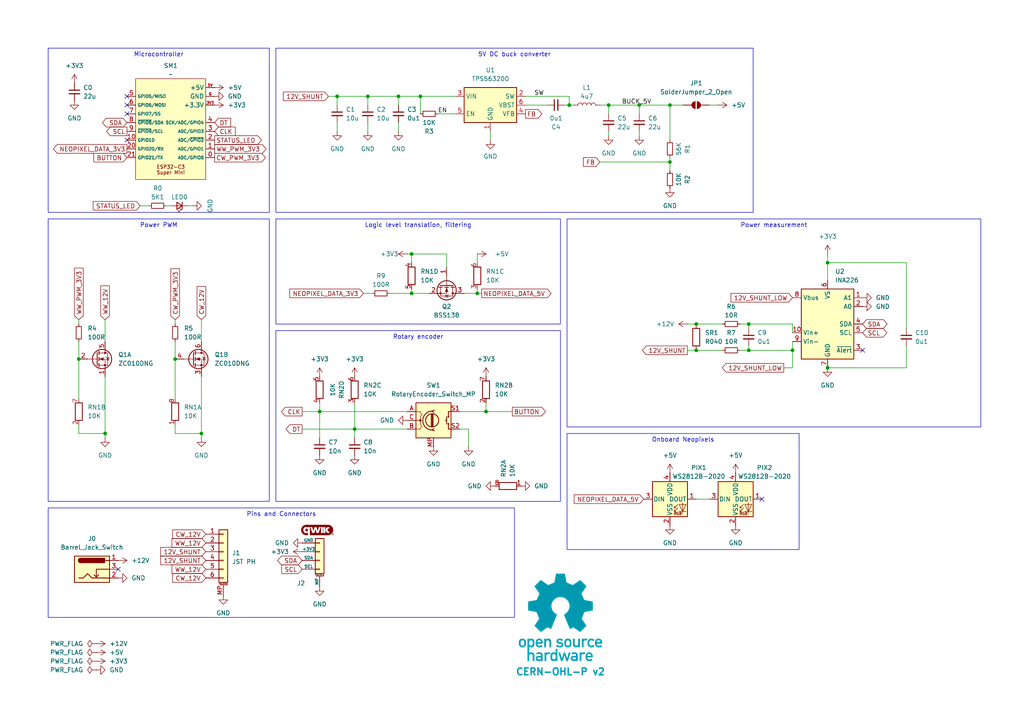
<source format=kicad_sch>
(kicad_sch (version 20231120) (generator "eeschema") (generator_version "8.0")
  (paper "A4")
  (lib_symbols
    (symbol "Connector:Barrel_Jack_Switch" (pin_names hide)
      (property "Reference" "J" (at 0 5.334 0))
      (property "Value" "Barrel_Jack_Switch" (at 0 -5.08 0))
      (symbol "Barrel_Jack_Switch_1_1"
        (pin passive line (at 7.62 2.54 180) (length 2.54) (name "~") (number "1"))
        (pin passive line (at 7.62 -2.54 180) (length 2.54) (name "~") (number "2"))
        (pin passive line (at 7.62 0 180) (length 2.54) (name "~") (number "3"))
      )
    )
    (symbol "Connector_Generic_MountingPin:Conn_01x06_MountingPin" (pin_names (offset 1.016) hide)
      (property "Reference" "J" (at 0 7.62 0))
      (property "Value" "Conn_01x06_MountingPin" (at 1.27 -10.16 0))
      (symbol "Conn_01x06_MountingPin_1_1"
        (text "Mounting" (at 0 -9.271 0) (effects (font (size 0.381 0.381))))
        (pin passive line (at -5.08 5.08 0) (length 3.81) (name "Pin_1") (number "1"))
        (pin passive line (at -5.08 2.54 0) (length 3.81) (name "Pin_2") (number "2"))
        (pin passive line (at -5.08 0 0) (length 3.81) (name "Pin_3") (number "3"))
        (pin passive line (at -5.08 -2.54 0) (length 3.81) (name "Pin_4") (number "4"))
        (pin passive line (at -5.08 -5.08 0) (length 3.81) (name "Pin_5") (number "5"))
        (pin passive line (at -5.08 -7.62 0) (length 3.81) (name "Pin_6") (number "6"))
        (pin passive line (at 0 -12.7 90) (length 3.048) (name "MountPin") (number "MP"))
      )
    )
    (symbol "Device:C_Small" (pin_numbers hide) (pin_names (offset 0.254) hide)
      (property "Reference" "C" (at 0.254 1.778 0))
      (property "Value" "C_Small" (at 0.254 -2.032 0))
      (symbol "C_Small_1_1"
        (pin passive line (at 0 2.54 270) (length 2.032) (name "~") (number "1"))
        (pin passive line (at 0 -2.54 90) (length 2.032) (name "~") (number "2"))
      )
    )
    (symbol "Device:L" (pin_numbers hide) (pin_names (offset 1.016) hide)
      (property "Reference" "L" (at -1.27 0 90))
      (property "Value" "L" (at 1.905 0 90))
      (symbol "L_1_1"
        (pin passive line (at 0 3.81 270) (length 1.27) (name "1") (number "1"))
        (pin passive line (at 0 -3.81 90) (length 1.27) (name "2") (number "2"))
      )
    )
    (symbol "Device:LED_Small" (pin_numbers hide) (pin_names (offset 0.254) hide)
      (property "Reference" "D" (at -1.27 3.175 0))
      (property "Value" "LED_Small" (at -4.445 -2.54 0))
      (symbol "LED_Small_1_1"
        (pin passive line (at -2.54 0 0) (length 1.778) (name "K") (number "1"))
        (pin passive line (at 2.54 0 180) (length 1.778) (name "A") (number "2"))
      )
    )
    (symbol "Device:R" (pin_numbers hide) (pin_names (offset 0))
      (property "Reference" "R" (at 2.032 0 90))
      (property "Value" "R" (at 0 0 90))
      (symbol "R_1_1"
        (pin passive line (at 0 3.81 270) (length 1.27) (name "~") (number "1"))
        (pin passive line (at 0 -3.81 90) (length 1.27) (name "~") (number "2"))
      )
    )
    (symbol "Device:R_Pack04_Split" (pin_names (offset 0) hide)
      (property "Reference" "RN" (at 2.032 0 90))
      (property "Value" "R_Pack04_Split" (at 0 0 90))
      (symbol "R_Pack04_Split_1_1"
        (pin passive line (at 0 -3.81 90) (length 1.27) (name "R1.1") (number "1"))
        (pin passive line (at 0 3.81 270) (length 1.27) (name "R1.2") (number "8"))
      )
      (symbol "R_Pack04_Split_2_1"
        (pin passive line (at 0 -3.81 90) (length 1.27) (name "R2.1") (number "2"))
        (pin passive line (at 0 3.81 270) (length 1.27) (name "R2.2") (number "7"))
      )
      (symbol "R_Pack04_Split_3_1"
        (pin passive line (at 0 -3.81 90) (length 1.27) (name "R3.1") (number "3"))
        (pin passive line (at 0 3.81 270) (length 1.27) (name "R3.2") (number "6"))
      )
      (symbol "R_Pack04_Split_4_1"
        (pin passive line (at 0 -3.81 90) (length 1.27) (name "R4.1") (number "4"))
        (pin passive line (at 0 3.81 270) (length 1.27) (name "R4.2") (number "5"))
      )
    )
    (symbol "Device:R_Small" (pin_numbers hide) (pin_names (offset 0.254) hide)
      (property "Reference" "R" (at 0.762 0.508 0))
      (property "Value" "R_Small" (at 0.762 -1.016 0))
      (symbol "R_Small_1_1"
        (pin passive line (at 0 2.54 270) (length 0.762) (name "~") (number "1"))
        (pin passive line (at 0 -2.54 90) (length 0.762) (name "~") (number "2"))
      )
    )
    (symbol "Device:RotaryEncoder_Switch_MP" (pin_names (offset 0.254) hide)
      (property "Reference" "SW" (at 0 8.89 0))
      (property "Value" "RotaryEncoder_Switch_MP" (at 0 6.35 0))
      (symbol "RotaryEncoder_Switch_MP_1_1"
        (pin passive line (at -7.62 2.54 0) (length 2.54) (name "A") (number "A"))
        (pin passive line (at -7.62 -2.54 0) (length 2.54) (name "B") (number "B"))
        (pin passive line (at -7.62 0 0) (length 2.54) (name "C") (number "C"))
        (pin passive line (at 0 -7.62 90) (length 2.54) (name "MP") (number "MP"))
        (pin passive line (at 7.62 2.54 180) (length 2.54) (name "S1") (number "S1"))
        (pin passive line (at 7.62 -2.54 180) (length 2.54) (name "S2") (number "S2"))
      )
    )
    (symbol "Jumper:SolderJumper_2_Open" (pin_numbers hide) (pin_names (offset 0) hide) (exclude_from_sim yes) (in_bom no)
      (property "Reference" "JP" (at 0 2.032 0))
      (property "Value" "SolderJumper_2_Open" (at 0 -2.54 0))
      (symbol "SolderJumper_2_Open_1_1"
        (pin passive line (at -3.81 0 0) (length 2.54) (name "A") (number "1"))
        (pin passive line (at 3.81 0 180) (length 2.54) (name "B") (number "2"))
      )
    )
    (symbol "LED:WS2812B-2020" (pin_names (offset 0.254))
      (property "Reference" "D" (at 5.08 5.715 0))
      (property "Value" "WS2812B-2020" (at 1.27 -5.715 0))
      (symbol "WS2812B-2020_0_0"
        (text "RGB" (at 2.286 -4.191 0) (effects (font (size 0.762 0.762))))
      )
      (symbol "WS2812B-2020_1_1"
        (pin output line (at 7.62 0 180) (length 2.54) (name "DOUT") (number "1"))
        (pin power_in line (at 0 -7.62 90) (length 2.54) (name "VSS") (number "2"))
        (pin input line (at -7.62 0 0) (length 2.54) (name "DIN") (number "3"))
        (pin power_in line (at 0 7.62 270) (length 2.54) (name "VDD") (number "4"))
      )
    )
    (symbol "Regulator_Switching:TPS563200"
      (property "Reference" "U" (at -7.62 6.35 0))
      (property "Value" "TPS563200" (at -2.54 6.35 0))
      (symbol "TPS563200_1_1"
        (pin power_in line (at 0 -7.62 90) (length 2.54) (name "GND") (number "1"))
        (pin output line (at 10.16 2.54 180) (length 2.54) (name "SW") (number "2"))
        (pin power_in line (at -10.16 2.54 0) (length 2.54) (name "VIN") (number "3"))
        (pin input line (at 10.16 -2.54 180) (length 2.54) (name "VFB") (number "4"))
        (pin input line (at -10.16 -2.54 0) (length 2.54) (name "EN") (number "5"))
        (pin passive line (at 10.16 0 180) (length 2.54) (name "VBST") (number "6"))
      )
    )
    (symbol "Sensor_Energy:INA226"
      (property "Reference" "U" (at -6.35 11.43 0))
      (property "Value" "INA226" (at 3.81 11.43 0))
      (symbol "INA226_1_1"
        (pin input line (at 10.16 7.62 180) (length 2.54) (name "A1") (number "1"))
        (pin input line (at -10.16 -2.54 0) (length 2.54) (name "Vin+") (number "10"))
        (pin input line (at 10.16 5.08 180) (length 2.54) (name "A0") (number "2"))
        (pin open_collector line (at 10.16 -7.62 180) (length 2.54) (name "~{Alert}") (number "3"))
        (pin bidirectional line (at 10.16 0 180) (length 2.54) (name "SDA") (number "4"))
        (pin input line (at 10.16 -2.54 180) (length 2.54) (name "SCL") (number "5"))
        (pin power_in line (at 0 12.7 270) (length 2.54) (name "VS") (number "6"))
        (pin power_in line (at 0 -12.7 90) (length 2.54) (name "GND") (number "7"))
        (pin input line (at -10.16 7.62 0) (length 2.54) (name "Vbus") (number "8"))
        (pin input line (at -10.16 -5.08 0) (length 2.54) (name "Vin-") (number "9"))
      )
    )
    (symbol "Transistor_FET:BSS138" (pin_names hide)
      (property "Reference" "Q" (at 5.08 1.905 0))
      (property "Value" "BSS138" (at 5.08 0 0))
      (symbol "BSS138_1_1"
        (pin input line (at -5.08 0 0) (length 2.54) (name "G") (number "1"))
        (pin passive line (at 2.54 -5.08 90) (length 2.54) (name "S") (number "2"))
        (pin passive line (at 2.54 5.08 270) (length 2.54) (name "D") (number "3"))
      )
    )
    (symbol "aliexpress:ESP32-C3-Super-Mini"
      (property "Reference" "SM" (at 0 18.288 0))
      (symbol "ESP32-C3-Super-Mini_1_1"
        (text_box "ESP32-C3\nSuper Mini" (at -7.62 -10.16 0) (size 15.24 -5.08) (stroke (width -0.0001)) (effects (font (size 1.016 1.016)) (justify top)))
        (pin passive line (at 12.7 -8.89 180) (length 2.54) (name "ADC/GPIO0") (number "0"))
        (pin passive line (at 12.7 -6.35 180) (length 2.54) (name "ADC/GPIO1") (number "1"))
        (pin passive line (at -12.7 -3.81 0) (length 2.54) (name "GPIO10") (number "10"))
        (pin passive line (at 12.7 -3.81 180) (length 2.54) (name "ADC/~{GPIO2}") (number "2"))
        (pin passive line (at -12.7 -6.35 0) (length 2.54) (name "GPIO20/RX") (number "20"))
        (pin passive line (at -12.7 -8.89 0) (length 2.54) (name "GPIO21/TX") (number "21"))
        (pin passive line (at 12.7 -1.27 180) (length 2.54) (name "ADC/GPIO3") (number "3"))
        (pin power_in line (at 12.7 6.35 180) (length 2.54) (name "+3.3V") (number "3V3"))
        (pin passive line (at 12.7 1.27 180) (length 2.54) (name "SCK/ADC/GPIO4") (number "4"))
        (pin passive line (at -12.7 8.89 0) (length 2.54) (name "GPIO5/MISO") (number "5"))
        (pin power_in line (at 12.7 11.43 180) (length 2.54) (name "+5V") (number "5V"))
        (pin passive line (at -12.7 6.35 0) (length 2.54) (name "GPIO6/MOSI") (number "6"))
        (pin passive line (at -12.7 3.81 0) (length 2.54) (name "GPIO7/SS") (number "7"))
        (pin passive line (at -12.7 1.27 0) (length 2.54) (name "~{GPIO8}/SDA") (number "8"))
        (pin passive line (at -12.7 -1.27 0) (length 2.54) (name "~{GPIO9}/SCL") (number "9"))
        (pin power_in line (at 12.7 8.89 180) (length 2.54) (name "GND") (number "G"))
      )
    )
    (symbol "connectors:Qwiic" (pin_numbers hide) (pin_names (offset 0))
      (property "Reference" "J" (at 2.54 0 0))
      (symbol "Qwiic_1_1"
        (text "Mounting" (at 0 -6.731 0) (effects (font (size 0.381 0.381))))
        (pin passive line (at -5.08 2.54 0) (length 3.81) (name "GND") (number "1"))
        (pin passive line (at -5.08 0 0) (length 3.81) (name "+3V3") (number "2"))
        (pin passive line (at -5.08 -2.54 0) (length 3.81) (name "SDA") (number "3"))
        (pin passive line (at -5.08 -5.08 0) (length 3.81) (name "SCL") (number "4"))
        (pin passive line (at 0 -10.16 90) (length 3.048) (name "MP") (number "MP"))
      )
    )
    (symbol "lcsc:ZC010DNG" (pin_names hide)
      (property "Reference" "Q" (at 5.08 1.905 0))
      (property "Value" "ZC010DNG" (at 5.08 0 0))
      (symbol "ZC010DNG_1_1"
        (pin passive line (at 2.54 -5.08 90) (length 2.54) (name "S") (number "1"))
        (pin input line (at -5.08 0 0) (length 2.54) (name "G") (number "2"))
        (pin passive line (at 2.54 5.08 270) (length 2.54) (name "D") (number "5"))
      )
      (symbol "ZC010DNG_2_1"
        (pin passive line (at 2.54 -5.08 90) (length 2.54) (name "S") (number "3"))
        (pin input line (at -5.08 0 0) (length 2.54) (name "G") (number "4"))
        (pin passive line (at 2.54 5.08 270) (length 2.54) (name "D") (number "6"))
      )
    )
    (symbol "power:+3V3" (power) (pin_numbers hide) (pin_names (offset 0) hide)
      (property "Value" "+3V3" (at 0 3.556 0))
      (symbol "+3V3_1_1"
        (pin power_in line (at 0 0 90) (length 0) (name "~") (number "1"))
      )
    )
    (symbol "power:+5V" (power) (pin_numbers hide) (pin_names (offset 0) hide)
      (property "Value" "+5V" (at 0 3.556 0))
      (symbol "+5V_1_1"
        (pin power_in line (at 0 0 90) (length 0) (name "~") (number "1"))
      )
    )
    (symbol "power:GND" (power) (pin_numbers hide) (pin_names (offset 0) hide)
      (property "Value" "GND" (at 0 -3.81 0))
      (symbol "GND_1_1"
        (pin power_in line (at 0 0 270) (length 0) (name "~") (number "1"))
      )
    )
    (symbol "power:PWR_FLAG" (power) (pin_numbers hide) (pin_names (offset 0) hide)
      (property "Value" "PWR_FLAG" (at 0 3.81 0))
      (symbol "PWR_FLAG_0_0"
        (pin power_out line (at 0 0 90) (length 0) (name "~") (number "1"))
      )
    )
    (symbol "power:VCC" (power) (pin_numbers hide) (pin_names (offset 0) hide)
      (property "Value" "VCC" (at 0 3.556 0))
      (symbol "VCC_1_1"
        (pin power_in line (at 0 0 90) (length 0) (name "~") (number "1"))
      )
    )
  )
  (junction (at 165.1 30.48))
  (junction (at 194.31 46.99))
  (junction (at 201.93 93.98))
  (junction (at 217.17 93.98))
  (junction (at 240.03 106.68))
  (junction (at 176.53 30.48))
  (junction (at 138.43 85.09))
  (junction (at 217.17 101.6))
  (junction (at 106.68 27.94))
  (junction (at 201.93 101.6))
  (junction (at 22.86 104.14))
  (junction (at 30.48 125.73))
  (junction (at 92.71 119.38))
  (junction (at 119.38 73.66))
  (junction (at 115.57 27.94))
  (junction (at 185.42 30.48))
  (junction (at 50.8 104.14))
  (junction (at 58.42 125.73))
  (junction (at 119.38 85.09))
  (junction (at 229.87 101.6))
  (junction (at 140.97 119.38))
  (junction (at 194.31 30.48))
  (junction (at 102.87 124.46))
  (junction (at 240.03 76.2))
  (junction (at 97.79 27.94))
  (junction (at 121.92 27.94))
  (no_connect (at 250.19 101.6))
  (no_connect (at 34.29 165.1))
  (no_connect (at 36.83 40.64))
  (no_connect (at 220.98 144.78))
  (no_connect (at 36.83 33.02))
  (no_connect (at 36.83 30.48))
  (no_connect (at 36.83 27.94))
  (wire (pts (xy 229.87 101.6) (xy 217.17 101.6)))
  (wire (pts (xy 229.87 96.52) (xy 229.87 93.98)))
  (wire (pts (xy 115.57 27.94) (xy 121.92 27.94)))
  (wire (pts (xy 138.43 85.09) (xy 139.7 85.09)))
  (wire (pts (xy 194.31 30.48) (xy 194.31 40.64)))
  (wire (pts (xy 214.63 101.6) (xy 217.17 101.6)))
  (wire (pts (xy 240.03 76.2) (xy 240.03 81.28)))
  (wire (pts (xy 199.39 101.6) (xy 201.93 101.6)))
  (wire (pts (xy 201.93 144.78) (xy 205.74 144.78)))
  (wire (pts (xy 217.17 93.98) (xy 217.17 95.25)))
  (wire (pts (xy 201.93 93.98) (xy 209.55 93.98)))
  (wire (pts (xy 115.57 38.1) (xy 115.57 35.56)))
  (wire (pts (xy 173.99 46.99) (xy 194.31 46.99)))
  (wire (pts (xy 97.79 38.1) (xy 97.79 35.56)))
  (wire (pts (xy 106.68 30.48) (xy 106.68 27.94)))
  (wire (pts (xy 140.97 119.38) (xy 148.59 119.38)))
  (wire (pts (xy 22.86 104.14) (xy 22.86 115.57)))
  (wire (pts (xy 138.43 73.66) (xy 138.43 76.2)))
  (wire (pts (xy 240.03 106.68) (xy 262.89 106.68)))
  (wire (pts (xy 194.31 30.48) (xy 198.12 30.48)))
  (wire (pts (xy 163.83 30.48) (xy 165.1 30.48)))
  (wire (pts (xy 97.79 27.94) (xy 106.68 27.94)))
  (wire (pts (xy 92.71 119.38) (xy 92.71 127)))
  (wire (pts (xy 262.89 95.25) (xy 262.89 76.2)))
  (wire (pts (xy 134.62 85.09) (xy 138.43 85.09)))
  (wire (pts (xy 92.71 116.84) (xy 92.71 119.38)))
  (wire (pts (xy 152.4 30.48) (xy 158.75 30.48)))
  (wire (pts (xy 87.63 119.38) (xy 92.71 119.38)))
  (wire (pts (xy 176.53 30.48) (xy 185.42 30.48)))
  (wire (pts (xy 119.38 83.82) (xy 119.38 85.09)))
  (wire (pts (xy 97.79 30.48) (xy 97.79 27.94)))
  (wire (pts (xy 50.8 125.73) (xy 58.42 125.73)))
  (wire (pts (xy 185.42 33.02) (xy 185.42 30.48)))
  (wire (pts (xy 50.8 104.14) (xy 50.8 115.57)))
  (wire (pts (xy 227.33 106.68) (xy 229.87 106.68)))
  (wire (pts (xy 58.42 92.71) (xy 58.42 99.06)))
  (wire (pts (xy 229.87 93.98) (xy 217.17 93.98)))
  (wire (pts (xy 176.53 39.37) (xy 176.53 38.1)))
  (wire (pts (xy 165.1 30.48) (xy 166.37 30.48)))
  (wire (pts (xy 205.74 30.48) (xy 208.28 30.48)))
  (wire (pts (xy 194.31 30.48) (xy 185.42 30.48)))
  (wire (pts (xy 173.99 30.48) (xy 176.53 30.48)))
  (wire (pts (xy 185.42 39.37) (xy 185.42 38.1)))
  (wire (pts (xy 22.86 125.73) (xy 30.48 125.73)))
  (wire (pts (xy 133.35 124.46) (xy 135.89 124.46)))
  (wire (pts (xy 43.18 59.69) (xy 40.64 59.69)))
  (wire (pts (xy 240.03 73.66) (xy 240.03 76.2)))
  (wire (pts (xy 138.43 83.82) (xy 138.43 85.09)))
  (wire (pts (xy 129.54 77.47) (xy 129.54 73.66)))
  (wire (pts (xy 135.89 124.46) (xy 135.89 129.54)))
  (wire (pts (xy 22.86 92.71) (xy 22.86 93.98)))
  (wire (pts (xy 102.87 124.46) (xy 118.11 124.46)))
  (wire (pts (xy 176.53 30.48) (xy 176.53 33.02)))
  (wire (pts (xy 127 33.02) (xy 132.08 33.02)))
  (wire (pts (xy 113.03 85.09) (xy 119.38 85.09)))
  (wire (pts (xy 119.38 85.09) (xy 124.46 85.09)))
  (wire (pts (xy 121.92 27.94) (xy 121.92 33.02)))
  (wire (pts (xy 119.38 73.66) (xy 119.38 76.2)))
  (wire (pts (xy 50.8 92.71) (xy 50.8 93.98)))
  (wire (pts (xy 199.39 93.98) (xy 201.93 93.98)))
  (wire (pts (xy 119.38 73.66) (xy 129.54 73.66)))
  (wire (pts (xy 142.24 40.64) (xy 142.24 38.1)))
  (wire (pts (xy 229.87 106.68) (xy 229.87 101.6)))
  (wire (pts (xy 55.88 59.69) (xy 54.61 59.69)))
  (wire (pts (xy 201.93 101.6) (xy 209.55 101.6)))
  (wire (pts (xy 102.87 124.46) (xy 102.87 127)))
  (wire (pts (xy 106.68 27.94) (xy 115.57 27.94)))
  (wire (pts (xy 30.48 125.73) (xy 30.48 127)))
  (wire (pts (xy 217.17 101.6) (xy 217.17 100.33)))
  (wire (pts (xy 50.8 123.19) (xy 50.8 125.73)))
  (wire (pts (xy 262.89 76.2) (xy 240.03 76.2)))
  (wire (pts (xy 48.26 59.69) (xy 49.53 59.69)))
  (wire (pts (xy 229.87 99.06) (xy 229.87 101.6)))
  (wire (pts (xy 194.31 46.99) (xy 194.31 49.53)))
  (wire (pts (xy 214.63 93.98) (xy 217.17 93.98)))
  (wire (pts (xy 194.31 45.72) (xy 194.31 46.99)))
  (wire (pts (xy 262.89 100.33) (xy 262.89 106.68)))
  (wire (pts (xy 58.42 125.73) (xy 58.42 127)))
  (wire (pts (xy 22.86 123.19) (xy 22.86 125.73)))
  (wire (pts (xy 152.4 27.94) (xy 165.1 27.94)))
  (wire (pts (xy 50.8 99.06) (xy 50.8 104.14)))
  (wire (pts (xy 95.25 27.94) (xy 97.79 27.94)))
  (wire (pts (xy 87.63 124.46) (xy 102.87 124.46)))
  (wire (pts (xy 58.42 109.22) (xy 58.42 125.73)))
  (wire (pts (xy 121.92 27.94) (xy 132.08 27.94)))
  (wire (pts (xy 165.1 27.94) (xy 165.1 30.48)))
  (wire (pts (xy 115.57 30.48) (xy 115.57 27.94)))
  (wire (pts (xy 133.35 119.38) (xy 140.97 119.38)))
  (wire (pts (xy 30.48 92.71) (xy 30.48 99.06)))
  (wire (pts (xy 30.48 109.22) (xy 30.48 125.73)))
  (wire (pts (xy 102.87 124.46) (xy 102.87 116.84)))
  (wire (pts (xy 92.71 119.38) (xy 118.11 119.38)))
  (wire (pts (xy 140.97 116.84) (xy 140.97 119.38)))
  (wire (pts (xy 118.11 73.66) (xy 119.38 73.66)))
  (wire (pts (xy 106.68 38.1) (xy 106.68 35.56)))
  (wire (pts (xy 22.86 99.06) (xy 22.86 104.14)))
  (wire (pts (xy 105.41 85.09) (xy 107.95 85.09)))
  (image (at 162.56 179.07) (scale 0.37481))
  (text_box "Rotary encoder" (at 80.01 95.885 0) (size 82.55 49.53) (effects (font (size 1.27 1.27)) (justify top)))
  (text_box "5V DC buck converter" (at 80.01 13.97 0) (size 138.43 47.625) (effects (font (size 1.27 1.27)) (justify top)))
  (text_box "Onboard Neopixels" (at 164.465 125.73 0) (size 67.31 33.655) (effects (font (size 1.27 1.27)) (justify top)))
  (text_box "Logic level translation, filtering" (at 80.01 63.5 0) (size 82.55 30.48) (effects (font (size 1.27 1.27)) (justify top)))
  (text_box "Power PWM" (at 13.97 63.5 0) (size 64.135 81.915) (effects (font (size 1.27 1.27)) (justify top)))
  (text_box "Power measurement" (at 164.465 63.5 0) (size 120.015 60.325) (effects (font (size 1.27 1.27)) (justify top)))
  (text_box "Pins and Connectors" (at 13.97 147.32 0) (size 135.255 31.75) (effects (font (size 1.27 1.27)) (justify top)))
  (text_box "Microcontroller" (at 13.97 13.97 0) (size 64.135 47.625) (effects (font (size 1.27 1.27)) (justify top)))
  (text "CERN-OHL-P v2" (at 162.56 195.072 0) (effects (font (size 2 2) (thickness 0.4) (bold yes))))
  (label "BUCK_5V" (at 180.34 30.48 0))
  (label "EN" (at 127 33.02 0))
  (label "SW" (at 154.94 27.94 0))
  (global_label "CW_12V" (shape input) (at 59.69 154.94 180) (property "Intersheetrefs" "${INTERSHEET_REFS}" (effects (hide yes))))
  (global_label "STATUS_LED" (shape output) (at 62.23 40.64 0) (property "Intersheetrefs" "${INTERSHEET_REFS}" (effects (hide yes))))
  (global_label "12V_SHUNT_LOW" (shape input) (at 229.87 86.36 180) (property "Intersheetrefs" "${INTERSHEET_REFS}" (effects (hide yes))))
  (global_label "12V_SHUNT" (shape input) (at 95.25 27.94 180) (property "Intersheetrefs" "${INTERSHEET_REFS}" (effects (hide yes))))
  (global_label "WW_PWM_3V3" (shape output) (at 62.23 43.18 0) (property "Intersheetrefs" "${INTERSHEET_REFS}" (effects (hide yes))))
  (global_label "SDA" (shape bidirectional) (at 250.19 93.98 0) (property "Intersheetrefs" "${INTERSHEET_REFS}" (effects (hide yes))))
  (global_label "12V_SHUNT" (shape input) (at 59.69 162.56 180) (property "Intersheetrefs" "${INTERSHEET_REFS}" (effects (hide yes))))
  (global_label "CW_PWM_3V3" (shape output) (at 62.23 45.72 0) (property "Intersheetrefs" "${INTERSHEET_REFS}" (effects (hide yes))))
  (global_label "CW_12V" (shape input) (at 58.42 92.71 90) (property "Intersheetrefs" "${INTERSHEET_REFS}" (effects (hide yes))))
  (global_label "SCL" (shape bidirectional) (at 250.19 96.52 0) (property "Intersheetrefs" "${INTERSHEET_REFS}" (effects (hide yes))))
  (global_label "SDA" (shape bidirectional) (at 36.83 35.56 180) (property "Intersheetrefs" "${INTERSHEET_REFS}" (effects (hide yes))))
  (global_label "12V_SHUNT_LOW" (shape output) (at 227.33 106.68 180) (property "Intersheetrefs" "${INTERSHEET_REFS}" (effects (hide yes))))
  (global_label "CLK" (shape input) (at 62.23 38.1 0) (property "Intersheetrefs" "${INTERSHEET_REFS}" (effects (hide yes))))
  (global_label "WW_12V" (shape input) (at 30.48 92.71 90) (property "Intersheetrefs" "${INTERSHEET_REFS}" (effects (hide yes))))
  (global_label "CW_12V" (shape input) (at 59.69 167.64 180) (property "Intersheetrefs" "${INTERSHEET_REFS}" (effects (hide yes))))
  (global_label "12V_SHUNT" (shape output) (at 199.39 101.6 180) (property "Intersheetrefs" "${INTERSHEET_REFS}" (effects (hide yes))))
  (global_label "STATUS_LED" (shape input) (at 40.64 59.69 180) (property "Intersheetrefs" "${INTERSHEET_REFS}" (effects (hide yes))))
  (global_label "FB" (shape input) (at 173.99 46.99 180) (property "Intersheetrefs" "${INTERSHEET_REFS}" (effects (hide yes))))
  (global_label "NEOPIXEL_DATA_3V3" (shape input) (at 105.41 85.09 180) (property "Intersheetrefs" "${INTERSHEET_REFS}" (effects (hide yes))))
  (global_label "SCL" (shape input) (at 87.63 165.1 180) (property "Intersheetrefs" "${INTERSHEET_REFS}" (effects (hide yes))))
  (global_label "FB" (shape output) (at 152.4 33.02 0) (property "Intersheetrefs" "${INTERSHEET_REFS}" (effects (hide yes))))
  (global_label "SCL" (shape output) (at 36.83 38.1 180) (property "Intersheetrefs" "${INTERSHEET_REFS}" (effects (hide yes))))
  (global_label "BUTTON" (shape input) (at 36.83 45.72 180) (property "Intersheetrefs" "${INTERSHEET_REFS}" (effects (hide yes))))
  (global_label "BUTTON" (shape output) (at 148.59 119.38 0) (property "Intersheetrefs" "${INTERSHEET_REFS}" (effects (hide yes))))
  (global_label "NEOPIXEL_DATA_5V" (shape input) (at 186.69 144.78 180) (property "Intersheetrefs" "${INTERSHEET_REFS}" (effects (hide yes))))
  (global_label "NEOPIXEL_DATA_5V" (shape output) (at 139.7 85.09 0) (property "Intersheetrefs" "${INTERSHEET_REFS}" (effects (hide yes))))
  (global_label "DT" (shape output) (at 87.63 124.46 180) (property "Intersheetrefs" "${INTERSHEET_REFS}" (effects (hide yes))))
  (global_label "WW_12V" (shape input) (at 59.69 165.1 180) (property "Intersheetrefs" "${INTERSHEET_REFS}" (effects (hide yes))))
  (global_label "CW_PWM_3V3" (shape input) (at 50.8 92.71 90) (property "Intersheetrefs" "${INTERSHEET_REFS}" (effects (hide yes))))
  (global_label "NEOPIXEL_DATA_3V3" (shape output) (at 36.83 43.18 180) (property "Intersheetrefs" "${INTERSHEET_REFS}" (effects (hide yes))))
  (global_label "DT" (shape input) (at 62.23 35.56 0) (property "Intersheetrefs" "${INTERSHEET_REFS}" (effects (hide yes))))
  (global_label "SDA" (shape bidirectional) (at 87.63 162.56 180) (property "Intersheetrefs" "${INTERSHEET_REFS}" (effects (hide yes))))
  (global_label "WW_PWM_3V3" (shape input) (at 22.86 92.71 90) (property "Intersheetrefs" "${INTERSHEET_REFS}" (effects (hide yes))))
  (global_label "CLK" (shape output) (at 87.63 119.38 180) (property "Intersheetrefs" "${INTERSHEET_REFS}" (effects (hide yes))))
  (global_label "WW_12V" (shape input) (at 59.69 157.48 180) (property "Intersheetrefs" "${INTERSHEET_REFS}" (effects (hide yes))))
  (global_label "12V_SHUNT" (shape input) (at 59.69 160.02 180) (property "Intersheetrefs" "${INTERSHEET_REFS}" (effects (hide yes))))
  (symbol (lib_id "Device:R_Pack04_Split") (at 102.87 113.03 0) (unit 3)
    (property "Reference" "RN2" (at 105.41 111.7599 0) (effects (justify left)))
    (property "Value" "10K" (at 105.41 114.2999 0) (effects (justify left)))
    (property "Footprint" "Resistor_SMD:R_Array_Convex_4x0603" (effects (hide yes)))
    (property "Description" "4 resistor network, parallel topology, split" (effects (hide yes)))
  )
  (symbol (lib_id "Device:C_Small") (at 92.71 129.54 0) (unit 1)
    (property "Reference" "C7" (at 95.25 128.2762 0) (effects (justify left)))
    (property "Value" "10n" (at 95.25 130.8162 0) (effects (justify left)))
    (property "Footprint" "custom:C_0603_1608Metric_Pad1.08x0.95mm_HandSolder" (effects (hide yes)))
    (property "Description" "Unpolarized capacitor, small symbol" (effects (hide yes)))
  )
  (symbol (lib_id "Device:C_Small") (at 102.87 129.54 0) (unit 1)
    (property "Reference" "C8" (at 105.41 128.2762 0) (effects (justify left)))
    (property "Value" "10n" (at 105.41 130.8162 0) (effects (justify left)))
    (property "Footprint" "custom:C_0603_1608Metric_Pad1.08x0.95mm_HandSolder" (effects (hide yes)))
    (property "Description" "Unpolarized capacitor, small symbol" (effects (hide yes)))
  )
  (symbol (lib_id "power:VCC") (at 21.59 24.13 0) (unit 1)
    (property "Reference" "#PWR08" (effects (hide yes)))
    (property "Value" "+3V3" (at 21.59 19.05 0))
    (property "Description" "Power symbol creates a global label with name \"VCC\"" (effects (hide yes)))
  )
  (symbol (lib_id "Sensor_Energy:INA226") (at 240.03 93.98 0) (unit 1)
    (property "Reference" "U2" (at 242.2241 78.74 0) (effects (justify left)))
    (property "Value" "INA226" (at 242.2241 81.28 0) (effects (justify left)))
    (property "Footprint" "Package_SO:VSSOP-10_3x3mm_P0.5mm" (effects (hide yes)))
    (property "Datasheet" "http://www.ti.com/lit/ds/symlink/ina226.pdf" (effects (hide yes)))
    (property "Description" "High-Side or Low-Side Measurement, Bi-Directional Current and Power Monitor (0-36V) with I2C Compatible Interface, VSSOP-10" (effects (hide yes)))
  )
  (symbol (lib_id "Device:C_Small") (at 185.42 35.56 0) (unit 1)
    (property "Reference" "C6" (at 187.96 34.2962 0) (effects (justify left)))
    (property "Value" "22u" (at 187.96 36.8362 0) (effects (justify left)))
    (property "Footprint" "custom:C_0603_1608Metric_Pad1.08x0.95mm_HandSolder" (effects (hide yes)))
    (property "Description" "Unpolarized capacitor, small symbol" (effects (hide yes)))
  )
  (symbol (lib_id "Device:C_Small") (at 115.57 33.02 0) (unit 1)
    (property "Reference" "C3" (at 118.11 31.7562 0) (effects (justify left)))
    (property "Value" "0u1" (at 118.11 34.2962 0) (effects (justify left)))
    (property "Footprint" "custom:C_0603_1608Metric_Pad1.08x0.95mm_HandSolder" (effects (hide yes)))
    (property "Description" "Unpolarized capacitor, small symbol" (effects (hide yes)))
  )
  (symbol (lib_id "power:GND") (at 92.71 132.08 0) (unit 1)
    (property "Reference" "#PWR034" (effects (hide yes)))
    (property "Value" "GND" (at 92.71 137.16 0))
    (property "Description" "Power symbol creates a global label with name \"GND\" , ground" (effects (hide yes)))
  )
  (symbol (lib_id "power:+5V") (at 194.31 137.16 0) (unit 1)
    (property "Reference" "#PWR026" (effects (hide yes)))
    (property "Value" "+5V" (at 194.31 132.08 0))
    (property "Description" "Power symbol creates a global label with name \"+5V\"" (effects (hide yes)))
  )
  (symbol (lib_id "power:GND") (at 97.79 38.1 0) (unit 1)
    (property "Reference" "#PWR013" (effects (hide yes)))
    (property "Value" "GND" (at 97.79 43.18 0))
    (property "Description" "Power symbol creates a global label with name \"GND\" , ground" (effects (hide yes)))
  )
  (symbol (lib_id "Device:C_Small") (at 161.29 30.48 90) (mirror x) (unit 1)
    (property "Reference" "C4" (at 161.2963 36.83 90))
    (property "Value" "0u1" (at 161.2963 34.29 90))
    (property "Footprint" "custom:C_0603_1608Metric_Pad1.08x0.95mm_HandSolder" (effects (hide yes)))
    (property "Description" "Unpolarized capacitor, small symbol" (effects (hide yes)))
  )
  (symbol (lib_id "lcsc:ZC010DNG") (at 55.88 104.14 0) (unit 2)
    (property "Reference" "Q1" (at 62.23 102.8699 0) (effects (justify left)))
    (property "Value" "ZC010DNG" (at 62.23 105.4099 0) (effects (justify left)))
    (property "Footprint" "lcsc:PDFN-8_L3.2-W3.1-P0.65-LS3.4-BL-EP2" (effects (hide yes)))
    (property "Datasheet" "https://www.lcsc.com/datasheet/lcsc_datasheet_2407301051_DOINGTER-ZC010DNG_C36499170.pdf" (effects (hide yes)))
    (property "Description" "35A Id, 30V Vds, Dual N-Channel MOSFET, PDFN-8(3x3)" (effects (hide yes)))
    (property "LCSC Part" "C36499170" (effects (hide yes)))
  )
  (symbol (lib_id "Device:R_Pack04_Split") (at 50.8 119.38 0) (unit 1)
    (property "Reference" "RN1" (at 53.34 118.1099 0) (effects (justify left)))
    (property "Value" "10K" (at 53.34 120.6499 0) (effects (justify left)))
    (property "Footprint" "Resistor_SMD:R_Array_Convex_4x0603" (effects (hide yes)))
    (property "Description" "4 resistor network, parallel topology, split" (effects (hide yes)))
  )
  (symbol (lib_id "Device:R_Small") (at 22.86 96.52 180) (unit 1)
    (property "Reference" "R4" (at 25.4 95.2499 0) (effects (justify right)))
    (property "Value" "100R" (at 25.4 97.7899 0) (effects (justify right)))
    (property "Footprint" "Resistor_SMD:R_0603_1608Metric_Pad0.98x0.95mm_HandSolder" (effects (hide yes)))
    (property "Description" "Resistor, small symbol" (effects (hide yes)))
  )
  (symbol (lib_id "power:GND") (at 194.31 152.4 0) (unit 1)
    (property "Reference" "#PWR028" (effects (hide yes)))
    (property "Value" "GND" (at 194.31 157.48 0))
    (property "Description" "Power symbol creates a global label with name \"GND\" , ground" (effects (hide yes)))
  )
  (symbol (lib_id "Device:LED_Small") (at 52.07 59.69 180) (unit 1)
    (property "Reference" "LED0" (at 52.07 57.15 0))
    (property "Value" "LED_Small" (effects (hide yes)))
    (property "Footprint" "custom:LED_0603_1608Metric_Pad1.05x0.95mm_HandSolder_simple" (effects (hide yes)))
    (property "Description" "Light emitting diode, small symbol" (effects (hide yes)))
  )
  (symbol (lib_id "Connector:Barrel_Jack_Switch") (at 26.67 165.1 0) (unit 1)
    (property "Reference" "J0" (at 26.67 156.21 0))
    (property "Value" "Barrel_Jack_Switch" (at 26.67 158.75 0))
    (property "Footprint" "custom:DC-IN_DC-050-2.0-BB_rev2" (effects (hide yes)))
    (property "Description" "DC Barrel Jack with an internal switch" (effects (hide yes)))
  )
  (symbol (lib_id "power:VCC") (at 27.94 186.69 270) (unit 1)
    (property "Reference" "#PWR020" (effects (hide yes)))
    (property "Value" "+12V" (at 31.75 186.6899 90) (effects (justify left)))
    (property "Description" "Power symbol creates a global label with name \"VCC\"" (effects (hide yes)))
  )
  (symbol (lib_id "connectors:Qwiic") (at 92.71 160.02 0) (unit 1)
    (property "Reference" "J2" (at 86.106 169.164 0) (effects (justify left)))
    (property "Value" "Qwiic" (effects (hide yes)))
    (property "Footprint" "connectors:Qwiic-SMD-horizontal-logo" (effects (hide yes)))
    (property "Datasheet" "https://www.sparkfun.com/qwiic" (effects (hide yes)))
    (property "Description" "Qwiic connector, JST SH 1.0mm 1x04" (effects (hide yes)))
  )
  (symbol (lib_id "Device:C_Small") (at 97.79 33.02 0) (unit 1)
    (property "Reference" "C1" (at 100.33 31.7562 0) (effects (justify left)))
    (property "Value" "10u" (at 100.33 34.2962 0) (effects (justify left)))
    (property "Footprint" "custom:C_0603_1608Metric_Pad1.08x0.95mm_HandSolder" (effects (hide yes)))
    (property "Description" "Unpolarized capacitor, small symbol" (effects (hide yes)))
  )
  (symbol (lib_id "power:GND") (at 151.13 140.97 90) (unit 1)
    (property "Reference" "#PWR043" (effects (hide yes)))
    (property "Value" "GND" (at 154.94 140.9699 90) (effects (justify right)))
    (property "Description" "Power symbol creates a global label with name \"GND\" , ground" (effects (hide yes)))
  )
  (symbol (lib_id "power:VCC") (at 87.63 160.02 90) (unit 1)
    (property "Reference" "#PWR031" (effects (hide yes)))
    (property "Value" "+3V3" (at 83.82 160.0199 90) (effects (justify left)))
    (property "Description" "Power symbol creates a global label with name \"VCC\"" (effects (hide yes)))
  )
  (symbol (lib_id "power:GND") (at 125.73 129.54 0) (unit 1)
    (property "Reference" "#PWR038" (effects (hide yes)))
    (property "Value" "GND" (at 125.73 134.62 0))
    (property "Description" "Power symbol creates a global label with name \"GND\" , ground" (effects (hide yes)))
  )
  (symbol (lib_id "Device:C_Small") (at 21.59 26.67 0) (unit 1)
    (property "Reference" "C0" (at 24.13 25.4062 0) (effects (justify left)))
    (property "Value" "22u" (at 24.13 27.9462 0) (effects (justify left)))
    (property "Footprint" "custom:C_0603_1608Metric_Pad1.08x0.95mm_HandSolder" (effects (hide yes)))
    (property "Description" "Unpolarized capacitor, small symbol" (effects (hide yes)))
  )
  (symbol (lib_id "power:VCC") (at 240.03 73.66 0) (unit 1)
    (property "Reference" "#PWR012" (effects (hide yes)))
    (property "Value" "+3V3" (at 240.03 68.58 0))
    (property "Description" "Power symbol creates a global label with name \"VCC\"" (effects (hide yes)))
  )
  (symbol (lib_id "Device:R_Small") (at 212.09 93.98 90) (unit 1)
    (property "Reference" "R6" (at 212.09 88.9 90))
    (property "Value" "10R" (at 212.09 91.44 90))
    (property "Footprint" "Resistor_SMD:R_0402_1005Metric" (effects (hide yes)))
    (property "Description" "Resistor, small symbol" (effects (hide yes)))
  )
  (symbol (lib_id "power:GND") (at 102.87 132.08 0) (unit 1)
    (property "Reference" "#PWR036" (effects (hide yes)))
    (property "Value" "GND" (at 102.87 137.16 0))
    (property "Description" "Power symbol creates a global label with name \"GND\" , ground" (effects (hide yes)))
  )
  (symbol (lib_id "Regulator_Switching:TPS563200") (at 142.24 30.48 0) (unit 1)
    (property "Reference" "U1" (at 142.24 20.32 0))
    (property "Value" "TPS563200" (at 142.24 22.86 0))
    (property "Footprint" "custom:SOT-23-6_Handsoldering_simple" (effects (hide yes)))
    (property "Datasheet" "http://www.ti.com/lit/ds/symlink/tps563200.pdf" (effects (hide yes)))
    (property "Description" "3A Synchronous Step-Down Voltage Regulator, Adjustable Output Voltage, 4.5-17V Input Voltage, SOT-23-6" (effects (hide yes)))
  )
  (symbol (lib_id "Device:R_Small") (at 124.46 33.02 90) (mirror x) (unit 1)
    (property "Reference" "R3" (at 124.46 38.1 90))
    (property "Value" "10K" (at 124.46 35.56 90))
    (property "Footprint" "Resistor_SMD:R_0603_1608Metric_Pad0.98x0.95mm_HandSolder" (effects (hide yes)))
    (property "Description" "Resistor, small symbol" (effects (hide yes)))
  )
  (symbol (lib_id "aliexpress:ESP32-C3-Super-Mini") (at 49.53 36.83 0) (unit 1)
    (property "Reference" "SM1" (at 49.53 19.05 0))
    (property "Value" "~" (at 49.53 21.59 0))
    (property "Footprint" "aliexpress:ESP32-C3-Super-Mini-Castellated-SMD-only" (effects (hide yes)))
  )
  (symbol (lib_id "Device:R_Small") (at 194.31 43.18 0) (mirror x) (unit 1)
    (property "Reference" "R1" (at 199.39 43.18 90))
    (property "Value" "56K" (at 196.85 43.18 90))
    (property "Footprint" "Resistor_SMD:R_0603_1608Metric_Pad0.98x0.95mm_HandSolder" (effects (hide yes)))
    (property "Description" "Resistor, small symbol" (effects (hide yes)))
  )
  (symbol (lib_id "power:VCC") (at 27.94 191.77 270) (unit 1)
    (property "Reference" "#PWR01" (effects (hide yes)))
    (property "Value" "+3V3" (at 31.75 191.7699 90) (effects (justify left)))
    (property "Description" "Power symbol creates a global label with name \"VCC\"" (effects (hide yes)))
  )
  (symbol (lib_id "power:VCC") (at 34.29 162.56 270) (unit 1)
    (property "Reference" "#PWR046" (effects (hide yes)))
    (property "Value" "+12V" (at 38.1 162.5599 90) (effects (justify left)))
    (property "Description" "Power symbol creates a global label with name \"VCC\"" (effects (hide yes)))
  )
  (symbol (lib_id "Device:R_Small") (at 45.72 59.69 270) (mirror x) (unit 1)
    (property "Reference" "R0" (at 45.72 54.61 90))
    (property "Value" "5K1" (at 45.72 57.15 90))
    (property "Footprint" "Resistor_SMD:R_0603_1608Metric_Pad0.98x0.95mm_HandSolder" (effects (hide yes)))
    (property "Description" "Resistor, small symbol" (effects (hide yes)))
  )
  (symbol (lib_id "Device:C_Small") (at 262.89 97.79 0) (unit 1)
    (property "Reference" "C10" (at 265.43 96.5262 0) (effects (justify left)))
    (property "Value" "0u1" (at 265.43 99.0662 0) (effects (justify left)))
    (property "Footprint" "custom:C_0402_1005Metric_simple" (effects (hide yes)))
    (property "Description" "Unpolarized capacitor, small symbol" (effects (hide yes)))
    (property "LCSC Part" "C1525" (effects (hide yes)))
  )
  (symbol (lib_id "Jumper:SolderJumper_2_Open") (at 201.93 30.48 0) (unit 1) (exclude_from_sim yes) (in_bom no)
    (property "Reference" "JP1" (at 201.93 24.13 0))
    (property "Value" "SolderJumper_2_Open" (at 201.93 26.67 0))
    (property "Footprint" "Jumper:SolderJumper-2_P1.3mm_Open_TrianglePad1.0x1.5mm" (effects (hide yes)))
    (property "Description" "Solder Jumper, 2-pole, open" (effects (hide yes)))
  )
  (symbol (lib_id "Device:R_Pack04_Split") (at 119.38 80.01 180) (unit 4)
    (property "Reference" "RN1" (at 121.92 78.7399 0) (effects (justify right)))
    (property "Value" "10K" (at 121.92 81.2799 0) (effects (justify right)))
    (property "Footprint" "Resistor_SMD:R_Array_Convex_4x0603" (effects (hide yes)))
    (property "Description" "4 resistor network, parallel topology, split" (effects (hide yes)))
  )
  (symbol (lib_id "power:VCC") (at 140.97 109.22 0) (unit 1)
    (property "Reference" "#PWR040" (effects (hide yes)))
    (property "Value" "+3V3" (at 140.97 104.14 0))
    (property "Description" "Power symbol creates a global label with name \"VCC\"" (effects (hide yes)))
  )
  (symbol (lib_id "power:VCC") (at 27.94 189.23 270) (unit 1)
    (property "Reference" "#PWR06" (effects (hide yes)))
    (property "Value" "+5V" (at 31.75 189.2299 90) (effects (justify left)))
    (property "Description" "Power symbol creates a global label with name \"VCC\"" (effects (hide yes)))
  )
  (symbol (lib_id "power:GND") (at 142.24 40.64 0) (unit 1)
    (property "Reference" "#PWR016" (effects (hide yes)))
    (property "Value" "GND" (at 142.24 45.3701 0))
    (property "Description" "Power symbol creates a global label with name \"GND\" , ground" (effects (hide yes)))
  )
  (symbol (lib_id "power:GND") (at 92.71 170.18 0) (unit 1)
    (property "Reference" "#PWR032" (effects (hide yes)))
    (property "Value" "GND" (at 92.71 175.26 0))
    (property "Description" "Power symbol creates a global label with name \"GND\" , ground" (effects (hide yes)))
  )
  (symbol (lib_id "power:GND") (at 58.42 127 0) (unit 1)
    (property "Reference" "#PWR024" (effects (hide yes)))
    (property "Value" "GND" (at 58.42 132.08 0))
    (property "Description" "Power symbol creates a global label with name \"GND\" , ground" (effects (hide yes)))
  )
  (symbol (lib_id "Device:RotaryEncoder_Switch_MP") (at 125.73 121.92 0) (unit 1)
    (property "Reference" "SW1" (at 125.73 111.76 0))
    (property "Value" "RotaryEncoder_Switch_MP" (at 125.73 114.3 0))
    (property "Footprint" "custom:RotaryEncoder_Alps_EC11-Switch_Combo_H20mm" (effects (hide yes)))
    (property "Description" "Rotary encoder, dual channel, incremental quadrate outputs, with switch and MP Pin" (effects (hide yes)))
  )
  (symbol (lib_id "power:GND") (at 27.94 194.31 90) (unit 1)
    (property "Reference" "#PWR02" (effects (hide yes)))
    (property "Value" "GND" (at 31.75 194.3099 90) (effects (justify right)))
    (property "Description" "Power symbol creates a global label with name \"GND\" , ground" (effects (hide yes)))
  )
  (symbol (lib_id "lcsc:ZC010DNG") (at 27.94 104.14 0) (unit 1)
    (property "Reference" "Q1" (at 34.29 102.8699 0) (effects (justify left)))
    (property "Value" "ZC010DNG" (at 34.29 105.4099 0) (effects (justify left)))
    (property "Footprint" "lcsc:PDFN-8_L3.2-W3.1-P0.65-LS3.4-BL-EP2" (effects (hide yes)))
    (property "Datasheet" "https://www.lcsc.com/datasheet/lcsc_datasheet_2407301051_DOINGTER-ZC010DNG_C36499170.pdf" (effects (hide yes)))
    (property "Description" "35A Id, 30V Vds, Dual N-Channel MOSFET, PDFN-8(3x3)" (effects (hide yes)))
    (property "LCSC Part" "C36499170" (effects (hide yes)))
  )
  (symbol (lib_id "power:GND") (at 250.19 86.36 90) (unit 1)
    (property "Reference" "#PWR025" (effects (hide yes)))
    (property "Value" "GND" (at 254 86.3599 90) (effects (justify right)))
    (property "Description" "Power symbol creates a global label with name \"GND\" , ground" (effects (hide yes)))
  )
  (symbol (lib_id "power:VCC") (at 62.23 25.4 270) (unit 1)
    (property "Reference" "#PWR04" (effects (hide yes)))
    (property "Value" "+5V" (at 66.04 25.3999 90) (effects (justify left)))
    (property "Description" "Power symbol creates a global label with name \"VCC\"" (effects (hide yes)))
  )
  (symbol (lib_id "power:GND") (at 213.36 152.4 0) (unit 1)
    (property "Reference" "#PWR044" (effects (hide yes)))
    (property "Value" "GND" (at 213.36 157.48 0))
    (property "Description" "Power symbol creates a global label with name \"GND\" , ground" (effects (hide yes)))
  )
  (symbol (lib_id "Device:R_Small") (at 50.8 96.52 180) (unit 1)
    (property "Reference" "R5" (at 53.34 95.2499 0) (effects (justify right)))
    (property "Value" "100R" (at 53.34 97.7899 0) (effects (justify right)))
    (property "Footprint" "Resistor_SMD:R_0603_1608Metric_Pad0.98x0.95mm_HandSolder" (effects (hide yes)))
    (property "Description" "Resistor, small symbol" (effects (hide yes)))
  )
  (symbol (lib_id "power:GND") (at 176.53 39.37 0) (unit 1)
    (property "Reference" "#PWR017" (effects (hide yes)))
    (property "Value" "GND" (at 176.53 44.45 0))
    (property "Description" "Power symbol creates a global label with name \"GND\" , ground" (effects (hide yes)))
  )
  (symbol (lib_id "Connector_Generic_MountingPin:Conn_01x06_MountingPin") (at 64.77 160.02 0) (unit 1)
    (property "Reference" "J1" (at 67.31 160.3755 0) (effects (justify left)))
    (property "Value" "JST PH" (at 67.31 162.9155 0) (effects (justify left)))
    (property "Footprint" "custom:JST_PH_S6B-PH-SM4-TB_1x06-1MP_P2.00mm_Horizontal" (effects (hide yes)))
    (property "Description" "Generic connectable mounting pin connector, single row, 01x06, script generated (kicad-library-utils/schlib/autogen/connector/)" (effects (hide yes)))
  )
  (symbol (lib_id "Device:R_Small") (at 110.49 85.09 270) (mirror x) (unit 1)
    (property "Reference" "R9" (at 110.49 80.01 90))
    (property "Value" "100R" (at 110.49 82.55 90))
    (property "Footprint" "Resistor_SMD:R_0603_1608Metric_Pad0.98x0.95mm_HandSolder" (effects (hide yes)))
    (property "Description" "Resistor, small symbol" (effects (hide yes)))
  )
  (symbol (lib_id "power:+5V") (at 138.43 73.66 270) (unit 1)
    (property "Reference" "#PWR029" (effects (hide yes)))
    (property "Value" "+5V" (at 143.51 73.6599 90) (effects (justify left)))
    (property "Description" "Power symbol creates a global label with name \"+5V\"" (effects (hide yes)))
  )
  (symbol (lib_id "Device:R_Pack04_Split") (at 147.32 140.97 90) (unit 1)
    (property "Reference" "RN2" (at 146.0499 138.43 0) (effects (justify left)))
    (property "Value" "10K" (at 148.5899 138.43 0) (effects (justify left)))
    (property "Footprint" "Resistor_SMD:R_Array_Convex_4x0603" (effects (hide yes)))
    (property "Description" "4 resistor network, parallel topology, split" (effects (hide yes)))
  )
  (symbol (lib_id "power:PWR_FLAG") (at 27.94 186.69 90) (unit 1)
    (property "Reference" "#FLG04" (effects (hide yes)))
    (property "Value" "PWR_FLAG" (at 24.13 186.6899 90) (effects (justify left)))
    (property "Description" "Special symbol for telling ERC where power comes from" (effects (hide yes)))
  )
  (symbol (lib_id "power:GND") (at 64.77 172.72 0) (unit 1)
    (property "Reference" "#PWR047" (effects (hide yes)))
    (property "Value" "GND" (at 64.77 177.8 0))
    (property "Description" "Power symbol creates a global label with name \"GND\" , ground" (effects (hide yes)))
  )
  (symbol (lib_id "power:GND") (at 185.42 39.37 0) (unit 1)
    (property "Reference" "#PWR018" (effects (hide yes)))
    (property "Value" "GND" (at 185.42 44.45 0))
    (property "Description" "Power symbol creates a global label with name \"GND\" , ground" (effects (hide yes)))
  )
  (symbol (lib_id "Device:R_Small") (at 212.09 101.6 90) (unit 1)
    (property "Reference" "R7" (at 212.09 96.52 90))
    (property "Value" "10R" (at 212.09 99.06 90))
    (property "Footprint" "Resistor_SMD:R_0402_1005Metric" (effects (hide yes)))
    (property "Description" "Resistor, small symbol" (effects (hide yes)))
    (property "LCSC Part" "C25077" (effects (hide yes)))
  )
  (symbol (lib_id "Device:R") (at 201.93 97.79 0) (unit 1)
    (property "Reference" "SR1" (at 204.47 96.5199 0) (effects (justify left)))
    (property "Value" "R040" (at 204.47 99.0599 0) (effects (justify left)))
    (property "Footprint" "Resistor_SMD:R_2512_6332Metric_Pad1.40x3.35mm_HandSolder" (effects (hide yes)))
    (property "Description" "Resistor" (effects (hide yes)))
    (property "LCSC Part" "C2985725" (effects (hide yes)))
  )
  (symbol (lib_id "power:GND") (at 34.29 167.64 90) (unit 1)
    (property "Reference" "#PWR011" (effects (hide yes)))
    (property "Value" "GND" (at 38.1 167.6399 90) (effects (justify right)))
    (property "Description" "Power symbol creates a global label with name \"GND\" , ground" (effects (hide yes)))
  )
  (symbol (lib_id "power:PWR_FLAG") (at 27.94 191.77 90) (unit 1)
    (property "Reference" "#FLG01" (effects (hide yes)))
    (property "Value" "PWR_FLAG" (at 24.13 191.7699 90) (effects (justify left)))
    (property "Description" "Special symbol for telling ERC where power comes from" (effects (hide yes)))
  )
  (symbol (lib_id "power:+5V") (at 213.36 137.16 0) (unit 1)
    (property "Reference" "#PWR042" (effects (hide yes)))
    (property "Value" "+5V" (at 213.36 132.08 0))
    (property "Description" "Power symbol creates a global label with name \"+5V\"" (effects (hide yes)))
  )
  (symbol (lib_id "Device:C_Small") (at 106.68 33.02 0) (unit 1)
    (property "Reference" "C2" (at 109.22 31.7562 0) (effects (justify left)))
    (property "Value" "10u" (at 109.22 34.2962 0) (effects (justify left)))
    (property "Footprint" "custom:C_0603_1608Metric_Pad1.08x0.95mm_HandSolder" (effects (hide yes)))
    (property "Description" "Unpolarized capacitor, small symbol" (effects (hide yes)))
  )
  (symbol (lib_id "power:VCC") (at 92.71 109.22 0) (unit 1)
    (property "Reference" "#PWR033" (effects (hide yes)))
    (property "Value" "+3V3" (at 92.71 104.14 0))
    (property "Description" "Power symbol creates a global label with name \"VCC\"" (effects (hide yes)))
  )
  (symbol (lib_id "Device:R_Small") (at 194.31 52.07 0) (mirror x) (unit 1)
    (property "Reference" "R2" (at 199.39 52.07 90))
    (property "Value" "10K" (at 196.85 52.07 90))
    (property "Footprint" "Resistor_SMD:R_0603_1608Metric_Pad0.98x0.95mm_HandSolder" (effects (hide yes)))
    (property "Description" "Resistor, small symbol" (effects (hide yes)))
  )
  (symbol (lib_id "Device:R_Pack04_Split") (at 140.97 113.03 0) (unit 2)
    (property "Reference" "RN2" (at 143.51 111.7599 0) (effects (justify left)))
    (property "Value" "10K" (at 143.51 114.2999 0) (effects (justify left)))
    (property "Footprint" "Resistor_SMD:R_Array_Convex_4x0603" (effects (hide yes)))
    (property "Description" "4 resistor network, parallel topology, split" (effects (hide yes)))
  )
  (symbol (lib_id "power:GND") (at 118.11 121.92 270) (unit 1)
    (property "Reference" "#PWR037" (effects (hide yes)))
    (property "Value" "GND" (at 114.3 121.9199 90) (effects (justify right)))
    (property "Description" "Power symbol creates a global label with name \"GND\" , ground" (effects (hide yes)))
  )
  (symbol (lib_id "Device:C_Small") (at 217.17 97.79 0) (unit 1)
    (property "Reference" "C9" (at 219.71 96.5262 0) (effects (justify left)))
    (property "Value" "0u1" (at 219.71 99.0662 0) (effects (justify left)))
    (property "Footprint" "custom:C_0402_1005Metric_simple" (effects (hide yes)))
    (property "Description" "Unpolarized capacitor, small symbol" (effects (hide yes)))
    (property "LCSC Part" "C1525" (effects (hide yes)))
  )
  (symbol (lib_id "power:GND") (at 240.03 106.68 0) (unit 1)
    (property "Reference" "#PWR023" (effects (hide yes)))
    (property "Value" "GND" (at 240.03 111.76 0))
    (property "Description" "Power symbol creates a global label with name \"GND\" , ground" (effects (hide yes)))
  )
  (symbol (lib_id "Device:R_Pack04_Split") (at 92.71 113.03 0) (unit 4)
    (property "Reference" "RN2" (at 99.06 113.03 90))
    (property "Value" "10K" (at 96.52 113.03 90))
    (property "Footprint" "Resistor_SMD:R_Array_Convex_4x0603" (effects (hide yes)))
    (property "Description" "4 resistor network, parallel topology, split" (effects (hide yes)))
  )
  (symbol (lib_id "power:GND") (at 21.59 29.21 0) (unit 1)
    (property "Reference" "#PWR09" (effects (hide yes)))
    (property "Value" "GND" (at 21.59 34.29 0))
  )
  (symbol (lib_id "power:GND") (at 62.23 27.94 90) (mirror x) (unit 1)
    (property "Reference" "#PWR05" (effects (hide yes)))
    (property "Value" "GND" (at 66.04 27.9401 90) (effects (justify right)))
    (property "Description" "Power symbol creates a global label with name \"GND\" , ground" (effects (hide yes)))
  )
  (symbol (lib_id "power:PWR_FLAG") (at 27.94 189.23 90) (unit 1)
    (property "Reference" "#FLG03" (effects (hide yes)))
    (property "Value" "PWR_FLAG" (at 24.13 189.2299 90) (effects (justify left)))
    (property "Description" "Special symbol for telling ERC where power comes from" (effects (hide yes)))
  )
  (symbol (lib_id "power:GND") (at 55.88 59.69 90) (unit 1)
    (property "Reference" "#PWR03" (effects (hide yes)))
    (property "Value" "GND" (at 60.96 59.69 0))
    (property "Description" "Power symbol creates a global label with name \"GND\" , ground" (effects (hide yes)))
  )
  (symbol (lib_id "power:GND") (at 143.51 140.97 270) (unit 1)
    (property "Reference" "#PWR041" (effects (hide yes)))
    (property "Value" "GND" (at 139.7 140.9699 90) (effects (justify right)))
    (property "Description" "Power symbol creates a global label with name \"GND\" , ground" (effects (hide yes)))
  )
  (symbol (lib_id "power:VCC") (at 208.28 30.48 270) (unit 1)
    (property "Reference" "#PWR021" (effects (hide yes)))
    (property "Value" "+5V" (at 212.09 30.4801 90) (effects (justify left)))
    (property "Description" "Power symbol creates a global label with name \"VCC\"" (effects (hide yes)))
  )
  (symbol (lib_id "power:VCC") (at 199.39 93.98 90) (unit 1)
    (property "Reference" "#PWR010" (effects (hide yes)))
    (property "Value" "+12V" (at 195.58 93.9799 90) (effects (justify left)))
    (property "Description" "Power symbol creates a global label with name \"VCC\"" (effects (hide yes)))
  )
  (symbol (lib_id "power:GND") (at 30.48 127 0) (unit 1)
    (property "Reference" "#PWR022" (effects (hide yes)))
    (property "Value" "GND" (at 30.48 132.08 0))
    (property "Description" "Power symbol creates a global label with name \"GND\" , ground" (effects (hide yes)))
  )
  (symbol (lib_id "Device:L") (at 170.18 30.48 90) (unit 1)
    (property "Reference" "L1" (at 170.18 25.4 90))
    (property "Value" "4u7" (at 170.18 27.94 90))
    (property "Footprint" "lcsc:IND-SMD_L2.5-W2.0_MHCHL2520" (effects (hide yes)))
    (property "Description" "Inductor" (effects (hide yes)))
  )
  (symbol (lib_id "power:PWR_FLAG") (at 27.94 194.31 90) (unit 1)
    (property "Reference" "#FLG02" (effects (hide yes)))
    (property "Value" "PWR_FLAG" (at 24.13 194.3099 90) (effects (justify left)))
    (property "Description" "Special symbol for telling ERC where power comes from" (effects (hide yes)))
  )
  (symbol (lib_id "power:GND") (at 194.31 54.61 0) (unit 1)
    (property "Reference" "#PWR019" (effects (hide yes)))
    (property "Value" "GND" (at 194.31 59.69 0))
    (property "Description" "Power symbol creates a global label with name \"GND\" , ground" (effects (hide yes)))
  )
  (symbol (lib_id "Device:R_Pack04_Split") (at 22.86 119.38 0) (unit 2)
    (property "Reference" "RN1" (at 25.4 118.1099 0) (effects (justify left)))
    (property "Value" "10K" (at 25.4 120.6499 0) (effects (justify left)))
    (property "Footprint" "Resistor_SMD:R_Array_Convex_4x0603" (effects (hide yes)))
    (property "Description" "4 resistor network, parallel topology, split" (effects (hide yes)))
  )
  (symbol (lib_id "LED:WS2812B-2020") (at 194.31 144.78 0) (unit 1)
    (property "Reference" "PIX1" (at 202.692 135.636 0))
    (property "Value" "WS2812B-2020" (at 202.692 138.176 0))
    (property "Footprint" "lcsc:LED-SK6812SIDE-A-4x1.6mm" (effects (hide yes)))
    (property "Datasheet" "https://cdn-shop.adafruit.com/product-files/4684/4684_WS2812B-2020_V1.3_EN.pdf" (effects (hide yes)))
    (property "Description" "RGB LED with integrated controller, 2.0 x 2.0 mm, 12 mA" (effects (hide yes)))
  )
  (symbol (lib_id "Transistor_FET:BSS138") (at 129.54 82.55 270) (unit 1)
    (property "Reference" "Q2" (at 129.54 88.9 90))
    (property "Value" "BSS138" (at 129.54 91.44 90))
    (property "Footprint" "custom:SOT-23_simple" (effects (hide yes)))
    (property "Datasheet" "https://www.onsemi.com/pub/Collateral/BSS138-D.PDF" (effects (hide yes)))
    (property "Description" "50V Vds, 0.22A Id, N-Channel MOSFET, SOT-23" (effects (hide yes)))
  )
  (symbol (lib_id "power:VCC") (at 102.87 109.22 0) (unit 1)
    (property "Reference" "#PWR035" (effects (hide yes)))
    (property "Value" "+3V3" (at 102.87 104.14 0))
    (property "Description" "Power symbol creates a global label with name \"VCC\"" (effects (hide yes)))
  )
  (symbol (lib_id "LED:WS2812B-2020") (at 213.36 144.78 0) (unit 1)
    (property "Reference" "PIX2" (at 221.742 135.636 0))
    (property "Value" "WS2812B-2020" (at 221.742 138.176 0))
    (property "Footprint" "lcsc:LED-SK6812SIDE-A-4x1.6mm" (effects (hide yes)))
    (property "Datasheet" "https://cdn-shop.adafruit.com/product-files/4684/4684_WS2812B-2020_V1.3_EN.pdf" (effects (hide yes)))
    (property "Description" "RGB LED with integrated controller, 2.0 x 2.0 mm, 12 mA" (effects (hide yes)))
  )
  (symbol (lib_id "power:GND") (at 135.89 129.54 0) (unit 1)
    (property "Reference" "#PWR039" (effects (hide yes)))
    (property "Value" "GND" (at 135.89 134.62 0))
    (property "Description" "Power symbol creates a global label with name \"GND\" , ground" (effects (hide yes)))
  )
  (symbol (lib_id "Device:R_Pack04_Split") (at 138.43 80.01 0) (unit 3)
    (property "Reference" "RN1" (at 140.97 78.7399 0) (effects (justify left)))
    (property "Value" "10K" (at 140.97 81.2799 0) (effects (justify left)))
    (property "Footprint" "Resistor_SMD:R_Array_Convex_4x0603" (effects (hide yes)))
    (property "Description" "4 resistor network, parallel topology, split" (effects (hide yes)))
  )
  (symbol (lib_id "power:GND") (at 87.63 157.48 270) (unit 1)
    (property "Reference" "#PWR030" (effects (hide yes)))
    (property "Value" "GND" (at 83.82 157.4799 90) (effects (justify right)))
    (property "Description" "Power symbol creates a global label with name \"GND\" , ground" (effects (hide yes)))
  )
  (symbol (lib_id "power:VCC") (at 62.23 30.48 270) (mirror x) (unit 1)
    (property "Reference" "#PWR07" (effects (hide yes)))
    (property "Value" "+3V3" (at 66.04 30.4801 90) (effects (justify left)))
    (property "Description" "Power symbol creates a global label with name \"VCC\"" (effects (hide yes)))
  )
  (symbol (lib_id "power:GND") (at 115.57 38.1 0) (unit 1)
    (property "Reference" "#PWR015" (effects (hide yes)))
    (property "Value" "GND" (at 115.57 43.18 0))
    (property "Description" "Power symbol creates a global label with name \"GND\" , ground" (effects (hide yes)))
  )
  (symbol (lib_id "power:GND") (at 250.19 88.9 90) (unit 1)
    (property "Reference" "#PWR045" (effects (hide yes)))
    (property "Value" "GND" (at 254 88.8999 90) (effects (justify right)))
    (property "Description" "Power symbol creates a global label with name \"GND\" , ground" (effects (hide yes)))
  )
  (symbol (lib_id "Device:C_Small") (at 176.53 35.56 0) (unit 1)
    (property "Reference" "C5" (at 179.07 34.2962 0) (effects (justify left)))
    (property "Value" "22u" (at 179.07 36.8362 0) (effects (justify left)))
    (property "Footprint" "custom:C_0603_1608Metric_Pad1.08x0.95mm_HandSolder" (effects (hide yes)))
    (property "Description" "Unpolarized capacitor, small symbol" (effects (hide yes)))
  )
  (symbol (lib_id "power:GND") (at 106.68 38.1 0) (unit 1)
    (property "Reference" "#PWR014" (effects (hide yes)))
    (property "Value" "GND" (at 106.68 43.18 0))
    (property "Description" "Power symbol creates a global label with name \"GND\" , ground" (effects (hide yes)))
  )
  (symbol (lib_id "power:+3V3") (at 118.11 73.66 90) (unit 1)
    (property "Reference" "#PWR027" (effects (hide yes)))
    (property "Value" "+3V3" (at 115.57 73.6599 90) (effects (justify left)))
    (property "Description" "Power symbol creates a global label with name \"+3V3\"" (effects (hide yes)))
  )
)
</source>
